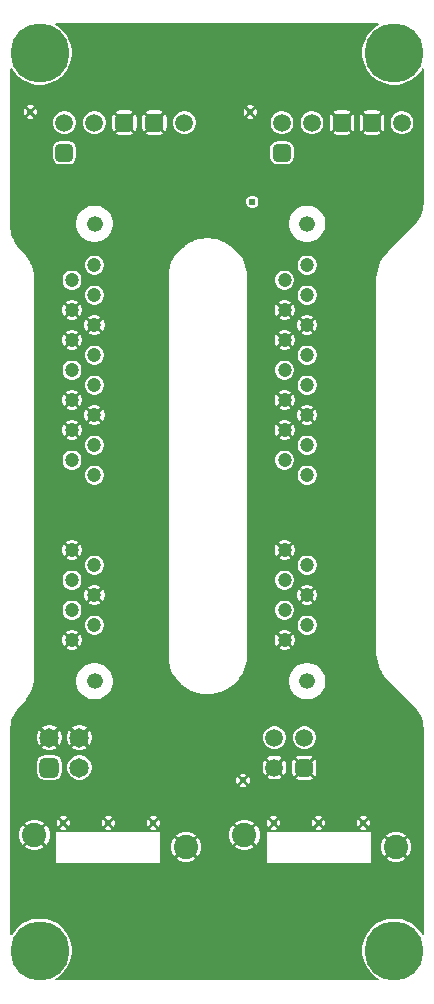
<source format=gbr>
G04*
G04 #@! TF.GenerationSoftware,Altium Limited,Altium Designer,22.11.1 (43)*
G04*
G04 Layer_Physical_Order=2*
G04 Layer_Color=16440176*
%FSLAX44Y44*%
%MOMM*%
G71*
G04*
G04 #@! TF.SameCoordinates,A02E6F09-B365-49D6-8537-B30C210521C3*
G04*
G04*
G04 #@! TF.FilePolarity,Positive*
G04*
G01*
G75*
%ADD18C,2.0500*%
%ADD30C,1.3400*%
%ADD31C,1.2000*%
%ADD32C,1.5000*%
G04:AMPARAMS|DCode=33|XSize=1.5mm|YSize=1.5mm|CornerRadius=0.375mm|HoleSize=0mm|Usage=FLASHONLY|Rotation=90.000|XOffset=0mm|YOffset=0mm|HoleType=Round|Shape=RoundedRectangle|*
%AMROUNDEDRECTD33*
21,1,1.5000,0.7500,0,0,90.0*
21,1,0.7500,1.5000,0,0,90.0*
1,1,0.7500,0.3750,0.3750*
1,1,0.7500,0.3750,-0.3750*
1,1,0.7500,-0.3750,-0.3750*
1,1,0.7500,-0.3750,0.3750*
%
%ADD33ROUNDEDRECTD33*%
G04:AMPARAMS|DCode=34|XSize=1.52mm|YSize=1.52mm|CornerRadius=0.38mm|HoleSize=0mm|Usage=FLASHONLY|Rotation=0.000|XOffset=0mm|YOffset=0mm|HoleType=Round|Shape=RoundedRectangle|*
%AMROUNDEDRECTD34*
21,1,1.5200,0.7600,0,0,0.0*
21,1,0.7600,1.5200,0,0,0.0*
1,1,0.7600,0.3800,-0.3800*
1,1,0.7600,-0.3800,-0.3800*
1,1,0.7600,-0.3800,0.3800*
1,1,0.7600,0.3800,0.3800*
%
%ADD34ROUNDEDRECTD34*%
%ADD35C,1.5200*%
G04:AMPARAMS|DCode=36|XSize=1.65mm|YSize=1.65mm|CornerRadius=0.4125mm|HoleSize=0mm|Usage=FLASHONLY|Rotation=270.000|XOffset=0mm|YOffset=0mm|HoleType=Round|Shape=RoundedRectangle|*
%AMROUNDEDRECTD36*
21,1,1.6500,0.8250,0,0,270.0*
21,1,0.8250,1.6500,0,0,270.0*
1,1,0.8250,-0.4125,-0.4125*
1,1,0.8250,-0.4125,0.4125*
1,1,0.8250,0.4125,0.4125*
1,1,0.8250,0.4125,-0.4125*
%
%ADD36ROUNDEDRECTD36*%
%ADD37C,1.6500*%
%ADD38C,5.0000*%
G04:AMPARAMS|DCode=39|XSize=1.52mm|YSize=1.52mm|CornerRadius=0.38mm|HoleSize=0mm|Usage=FLASHONLY|Rotation=90.000|XOffset=0mm|YOffset=0mm|HoleType=Round|Shape=RoundedRectangle|*
%AMROUNDEDRECTD39*
21,1,1.5200,0.7600,0,0,90.0*
21,1,0.7600,1.5200,0,0,90.0*
1,1,0.7600,0.3800,0.3800*
1,1,0.7600,0.3800,-0.3800*
1,1,0.7600,-0.3800,-0.3800*
1,1,0.7600,-0.3800,0.3800*
%
%ADD39ROUNDEDRECTD39*%
%ADD40C,0.6096*%
G36*
X970687Y1118941D02*
X970983Y1117706D01*
X969832Y1117120D01*
X966390Y1114619D01*
X963381Y1111610D01*
X960880Y1108168D01*
X958949Y1104377D01*
X957634Y1100330D01*
X956968Y1096127D01*
Y1091872D01*
X957634Y1087670D01*
X958949Y1083623D01*
X960880Y1079832D01*
X963381Y1076390D01*
X966390Y1073381D01*
X969832Y1070880D01*
X973623Y1068949D01*
X977670Y1067634D01*
X981872Y1066968D01*
X986127D01*
X990330Y1067634D01*
X994377Y1068949D01*
X998168Y1070880D01*
X1001610Y1073381D01*
X1004619Y1076390D01*
X1007120Y1079832D01*
X1007706Y1080983D01*
X1008941Y1080687D01*
X1008941Y967400D01*
X1008941Y966044D01*
X1008676Y963345D01*
X1008147Y960685D01*
X1007359Y958090D01*
X1006321Y955584D01*
X1005043Y953193D01*
X1003536Y950938D01*
X1001816Y948841D01*
X1000857Y947883D01*
X1000857Y947883D01*
X978818Y925843D01*
X978796Y925811D01*
X978765Y925789D01*
X977727Y924699D01*
X977666Y924603D01*
X977578Y924531D01*
X975669Y922205D01*
X975598Y922071D01*
X975491Y921964D01*
X973819Y919462D01*
X973761Y919322D01*
X973665Y919204D01*
X972246Y916551D01*
X972202Y916406D01*
X972118Y916280D01*
X970966Y913500D01*
X970937Y913351D01*
X970865Y913217D01*
X969992Y910338D01*
X969977Y910187D01*
X969919Y910047D01*
X969332Y907095D01*
Y906944D01*
X969288Y906799D01*
X968993Y903804D01*
X969004Y903691D01*
X968979Y903579D01*
X968942Y902075D01*
X968949Y902037D01*
X968941Y902000D01*
Y586700D01*
X968949Y586663D01*
X968942Y586625D01*
X968979Y585121D01*
X969004Y585009D01*
X968993Y584896D01*
X969288Y581901D01*
X969332Y581756D01*
Y581604D01*
X969919Y578653D01*
X969977Y578513D01*
X969992Y578362D01*
X970865Y575483D01*
X970937Y575349D01*
X970966Y575200D01*
X972118Y572420D01*
X972202Y572294D01*
X972246Y572149D01*
X973665Y569496D01*
X973761Y569378D01*
X973819Y569238D01*
X975491Y566736D01*
X975598Y566629D01*
X975669Y566495D01*
X977578Y564169D01*
X977666Y564097D01*
X977727Y564001D01*
X978765Y562911D01*
X978796Y562889D01*
X978818Y562857D01*
X1000857Y540817D01*
X1001816Y539859D01*
X1003536Y537762D01*
X1005043Y535507D01*
X1006321Y533115D01*
X1007359Y530610D01*
X1008146Y528015D01*
X1008676Y525355D01*
X1008941Y522656D01*
X1008941Y521300D01*
Y347313D01*
X1007706Y347017D01*
X1007120Y348168D01*
X1004619Y351610D01*
X1001610Y354619D01*
X998168Y357120D01*
X994377Y359052D01*
X990330Y360366D01*
X986127Y361032D01*
X981872D01*
X977670Y360366D01*
X973623Y359052D01*
X969832Y357120D01*
X966390Y354619D01*
X963381Y351610D01*
X960880Y348168D01*
X958949Y344377D01*
X957634Y340330D01*
X956968Y336127D01*
Y331872D01*
X957634Y327670D01*
X958949Y323623D01*
X960880Y319832D01*
X963381Y316390D01*
X966390Y313381D01*
X969832Y310880D01*
X970983Y310294D01*
X970687Y309059D01*
X697313Y309059D01*
X697017Y310294D01*
X698168Y310880D01*
X701610Y313381D01*
X704619Y316390D01*
X707120Y319832D01*
X709052Y323623D01*
X710366Y327670D01*
X711032Y331872D01*
Y336127D01*
X710366Y340330D01*
X709052Y344377D01*
X707120Y348168D01*
X704619Y351610D01*
X701610Y354619D01*
X698168Y357120D01*
X694377Y359052D01*
X690330Y360366D01*
X686127Y361032D01*
X681873D01*
X677670Y360366D01*
X673623Y359052D01*
X669832Y357120D01*
X666390Y354619D01*
X663381Y351610D01*
X660880Y348168D01*
X660294Y347017D01*
X659059Y347313D01*
X659059Y521300D01*
Y522656D01*
X659324Y525355D01*
X659854Y528015D01*
X660641Y530610D01*
X661679Y533115D01*
X662957Y535507D01*
X664464Y537762D01*
X666184Y539859D01*
X667143Y540817D01*
X667143Y540817D01*
X669183Y542857D01*
X669204Y542889D01*
X669235Y542911D01*
X670273Y544001D01*
X670334Y544097D01*
X670422Y544169D01*
X672331Y546495D01*
X672402Y546629D01*
X672509Y546736D01*
X674181Y549238D01*
X674239Y549378D01*
X674335Y549496D01*
X675754Y552149D01*
X675798Y552294D01*
X675882Y552421D01*
X677033Y555200D01*
X677063Y555349D01*
X677135Y555483D01*
X678008Y558362D01*
X678023Y558513D01*
X678081Y558653D01*
X678668Y561604D01*
Y561756D01*
X678712Y561901D01*
X679007Y564896D01*
X678996Y565009D01*
X679021Y565120D01*
X679058Y566625D01*
X679051Y566663D01*
X679059Y566700D01*
X679059Y902000D01*
X679051Y902037D01*
X679058Y902075D01*
X679021Y903579D01*
X678996Y903691D01*
X679007Y903804D01*
X678712Y906799D01*
X678668Y906944D01*
Y907095D01*
X678081Y910046D01*
X678023Y910187D01*
X678008Y910338D01*
X677135Y913217D01*
X677063Y913351D01*
X677033Y913500D01*
X675882Y916280D01*
X675798Y916406D01*
X675754Y916551D01*
X674335Y919204D01*
X674239Y919322D01*
X674181Y919462D01*
X672509Y921964D01*
X672402Y922071D01*
X672331Y922205D01*
X670422Y924531D01*
X670334Y924603D01*
X670273Y924699D01*
X669235Y925789D01*
X669204Y925811D01*
X669183Y925843D01*
X667143Y927882D01*
X667143Y927883D01*
X666184Y928841D01*
X664464Y930938D01*
X662957Y933193D01*
X661678Y935584D01*
X660641Y938090D01*
X659854Y940685D01*
X659324Y943345D01*
X659059Y946044D01*
X659059Y947400D01*
Y1080687D01*
X660294Y1080983D01*
X660880Y1079832D01*
X663381Y1076390D01*
X666390Y1073381D01*
X669832Y1070880D01*
X673623Y1068949D01*
X677670Y1067634D01*
X681873Y1066968D01*
X686127D01*
X690330Y1067634D01*
X694377Y1068949D01*
X698168Y1070880D01*
X701610Y1073381D01*
X704619Y1076390D01*
X707120Y1079832D01*
X709052Y1083623D01*
X710366Y1087670D01*
X711032Y1091872D01*
Y1096127D01*
X710366Y1100330D01*
X709052Y1104377D01*
X707120Y1108168D01*
X704619Y1111610D01*
X701610Y1114619D01*
X698168Y1117120D01*
X697017Y1117707D01*
X697313Y1118941D01*
X970687Y1118941D01*
D02*
G37*
%LPC*%
G36*
X863111Y1049588D02*
X860889D01*
X858993Y1048803D01*
X862000Y1045796D01*
X865007Y1048803D01*
X863111Y1049588D01*
D02*
G37*
G36*
X677112D02*
X674889D01*
X672993Y1048803D01*
X676000Y1045796D01*
X679007Y1048803D01*
X677112Y1049588D01*
D02*
G37*
G36*
X866803Y1047007D02*
X863796Y1044000D01*
X866803Y1040993D01*
X867588Y1042888D01*
Y1045111D01*
X866803Y1047007D01*
D02*
G37*
G36*
X680803D02*
X677796Y1044000D01*
X680803Y1040993D01*
X681588Y1042888D01*
Y1045111D01*
X680803Y1047007D01*
D02*
G37*
G36*
X857197Y1047007D02*
X856412Y1045111D01*
Y1042888D01*
X857197Y1040993D01*
X860204Y1044000D01*
X857197Y1047007D01*
D02*
G37*
G36*
X671197D02*
X670412Y1045111D01*
Y1042888D01*
X671197Y1040993D01*
X674204Y1044000D01*
X671197Y1047007D01*
D02*
G37*
G36*
X862000Y1042204D02*
X858993Y1039197D01*
X860889Y1038412D01*
X863111D01*
X865007Y1039197D01*
X862000Y1042204D01*
D02*
G37*
G36*
X676000D02*
X672993Y1039197D01*
X674889Y1038412D01*
X677112D01*
X679007Y1039197D01*
X676000Y1042204D01*
D02*
G37*
G36*
X969000Y1045314D02*
X961400D01*
X958926Y1044822D01*
X957906Y1044140D01*
X965200Y1036846D01*
X972494Y1044140D01*
X971474Y1044822D01*
X969000Y1045314D01*
D02*
G37*
G36*
X784850D02*
X777250D01*
X774776Y1044822D01*
X773756Y1044140D01*
X781050Y1036846D01*
X788344Y1044140D01*
X787324Y1044822D01*
X784850Y1045314D01*
D02*
G37*
G36*
X943600D02*
X936000D01*
X933526Y1044822D01*
X932506Y1044140D01*
X939800Y1036846D01*
X947094Y1044140D01*
X946074Y1044822D01*
X943600Y1045314D01*
D02*
G37*
G36*
X759450D02*
X751850D01*
X749376Y1044822D01*
X748356Y1044140D01*
X755650Y1036846D01*
X762944Y1044140D01*
X761924Y1044822D01*
X759450Y1045314D01*
D02*
G37*
G36*
X790140Y1042344D02*
X782846Y1035050D01*
X790140Y1027756D01*
X790822Y1028776D01*
X791314Y1031250D01*
Y1038850D01*
X790822Y1041324D01*
X790140Y1042344D01*
D02*
G37*
G36*
X974290D02*
X966996Y1035050D01*
X974290Y1027756D01*
X974972Y1028776D01*
X975464Y1031250D01*
Y1038850D01*
X974972Y1041324D01*
X974290Y1042344D01*
D02*
G37*
G36*
X771960Y1042344D02*
X771278Y1041324D01*
X770786Y1038850D01*
Y1031250D01*
X771278Y1028776D01*
X771960Y1027756D01*
X779254Y1035050D01*
X771960Y1042344D01*
D02*
G37*
G36*
X956110D02*
X955428Y1041324D01*
X954936Y1038850D01*
Y1031250D01*
X955428Y1028776D01*
X956110Y1027756D01*
X963404Y1035050D01*
X956110Y1042344D01*
D02*
G37*
G36*
X930710Y1042344D02*
X930028Y1041324D01*
X929536Y1038850D01*
Y1031250D01*
X930028Y1028776D01*
X930710Y1027756D01*
X938004Y1035050D01*
X930710Y1042344D01*
D02*
G37*
G36*
X746560D02*
X745878Y1041324D01*
X745386Y1038850D01*
Y1031250D01*
X745878Y1028776D01*
X746560Y1027756D01*
X753854Y1035050D01*
X746560Y1042344D01*
D02*
G37*
G36*
X764740D02*
X757446Y1035050D01*
X764740Y1027756D01*
X765422Y1028776D01*
X765914Y1031250D01*
Y1038850D01*
X765422Y1041324D01*
X764740Y1042344D01*
D02*
G37*
G36*
X948890D02*
X941596Y1035050D01*
X948890Y1027756D01*
X949572Y1028776D01*
X950064Y1031250D01*
Y1038850D01*
X949572Y1041324D01*
X948890Y1042344D01*
D02*
G37*
G36*
X991868Y1044682D02*
X989332D01*
X986882Y1044026D01*
X984686Y1042757D01*
X982893Y1040964D01*
X981624Y1038768D01*
X980968Y1036318D01*
Y1033782D01*
X981624Y1031332D01*
X982893Y1029136D01*
X984686Y1027343D01*
X986882Y1026074D01*
X989332Y1025418D01*
X991868D01*
X994318Y1026074D01*
X996514Y1027343D01*
X998307Y1029136D01*
X999576Y1031332D01*
X1000232Y1033782D01*
Y1036318D01*
X999576Y1038768D01*
X998307Y1040964D01*
X996514Y1042757D01*
X994318Y1044026D01*
X991868Y1044682D01*
D02*
G37*
G36*
X915668D02*
X913132D01*
X910682Y1044026D01*
X908486Y1042757D01*
X906693Y1040964D01*
X905424Y1038768D01*
X904768Y1036318D01*
Y1033782D01*
X905424Y1031332D01*
X906693Y1029136D01*
X908486Y1027343D01*
X910682Y1026074D01*
X913132Y1025418D01*
X915668D01*
X918118Y1026074D01*
X920314Y1027343D01*
X922107Y1029136D01*
X923376Y1031332D01*
X924032Y1033782D01*
Y1036318D01*
X923376Y1038768D01*
X922107Y1040964D01*
X920314Y1042757D01*
X918118Y1044026D01*
X915668Y1044682D01*
D02*
G37*
G36*
X890268D02*
X887732D01*
X885282Y1044026D01*
X883086Y1042757D01*
X881292Y1040964D01*
X880024Y1038768D01*
X879368Y1036318D01*
Y1033782D01*
X880024Y1031332D01*
X881292Y1029136D01*
X883086Y1027343D01*
X885282Y1026074D01*
X887732Y1025418D01*
X890268D01*
X892718Y1026074D01*
X894914Y1027343D01*
X896708Y1029136D01*
X897976Y1031332D01*
X898632Y1033782D01*
Y1036318D01*
X897976Y1038768D01*
X896708Y1040964D01*
X894914Y1042757D01*
X892718Y1044026D01*
X890268Y1044682D01*
D02*
G37*
G36*
X807718D02*
X805182D01*
X802732Y1044026D01*
X800536Y1042757D01*
X798743Y1040964D01*
X797474Y1038768D01*
X796818Y1036318D01*
Y1033782D01*
X797474Y1031332D01*
X798743Y1029136D01*
X800536Y1027343D01*
X802732Y1026074D01*
X805182Y1025418D01*
X807718D01*
X810168Y1026074D01*
X812364Y1027343D01*
X814157Y1029136D01*
X815426Y1031332D01*
X816082Y1033782D01*
Y1036318D01*
X815426Y1038768D01*
X814157Y1040964D01*
X812364Y1042757D01*
X810168Y1044026D01*
X807718Y1044682D01*
D02*
G37*
G36*
X731518D02*
X728982D01*
X726532Y1044026D01*
X724336Y1042757D01*
X722542Y1040964D01*
X721274Y1038768D01*
X720618Y1036318D01*
Y1033782D01*
X721274Y1031332D01*
X722542Y1029136D01*
X724336Y1027343D01*
X726532Y1026074D01*
X728982Y1025418D01*
X731518D01*
X733968Y1026074D01*
X736164Y1027343D01*
X737958Y1029136D01*
X739226Y1031332D01*
X739882Y1033782D01*
Y1036318D01*
X739226Y1038768D01*
X737958Y1040964D01*
X736164Y1042757D01*
X733968Y1044026D01*
X731518Y1044682D01*
D02*
G37*
G36*
X706118D02*
X703582D01*
X701132Y1044026D01*
X698936Y1042757D01*
X697142Y1040964D01*
X695874Y1038768D01*
X695218Y1036318D01*
Y1033782D01*
X695874Y1031332D01*
X697142Y1029136D01*
X698936Y1027343D01*
X701132Y1026074D01*
X703582Y1025418D01*
X706118D01*
X708568Y1026074D01*
X710764Y1027343D01*
X712558Y1029136D01*
X713826Y1031332D01*
X714482Y1033782D01*
Y1036318D01*
X713826Y1038768D01*
X712558Y1040964D01*
X710764Y1042757D01*
X708568Y1044026D01*
X706118Y1044682D01*
D02*
G37*
G36*
X965200Y1033254D02*
X957906Y1025960D01*
X958926Y1025278D01*
X961400Y1024786D01*
X969000D01*
X971474Y1025278D01*
X972494Y1025960D01*
X965200Y1033254D01*
D02*
G37*
G36*
X939800D02*
X932506Y1025960D01*
X933526Y1025278D01*
X936000Y1024786D01*
X943600D01*
X946074Y1025278D01*
X947094Y1025960D01*
X939800Y1033254D01*
D02*
G37*
G36*
X781050D02*
X773756Y1025960D01*
X774776Y1025278D01*
X777250Y1024786D01*
X784850D01*
X787324Y1025278D01*
X788344Y1025960D01*
X781050Y1033254D01*
D02*
G37*
G36*
X755650D02*
X748356Y1025960D01*
X749376Y1025278D01*
X751850Y1024786D01*
X759450D01*
X761924Y1025278D01*
X762944Y1025960D01*
X755650Y1033254D01*
D02*
G37*
G36*
X892800Y1019396D02*
X885200D01*
X882924Y1018944D01*
X880995Y1017655D01*
X879706Y1015725D01*
X879254Y1013450D01*
Y1005850D01*
X879706Y1003575D01*
X880995Y1001645D01*
X882924Y1000356D01*
X885200Y999904D01*
X892800D01*
X895076Y1000356D01*
X897005Y1001645D01*
X898294Y1003575D01*
X898746Y1005850D01*
Y1013450D01*
X898294Y1015725D01*
X897005Y1017655D01*
X895076Y1018944D01*
X892800Y1019396D01*
D02*
G37*
G36*
X708650D02*
X701050D01*
X698774Y1018944D01*
X696845Y1017655D01*
X695556Y1015725D01*
X695104Y1013450D01*
Y1005850D01*
X695556Y1003575D01*
X696845Y1001645D01*
X698774Y1000356D01*
X701050Y999904D01*
X708650D01*
X710926Y1000356D01*
X712855Y1001645D01*
X714144Y1003575D01*
X714596Y1005850D01*
Y1013450D01*
X714144Y1015725D01*
X712855Y1017655D01*
X710926Y1018944D01*
X708650Y1019396D01*
D02*
G37*
G36*
X865011Y973080D02*
X862990D01*
X861122Y972307D01*
X859693Y970878D01*
X858920Y969010D01*
Y966990D01*
X859693Y965122D01*
X861122Y963693D01*
X862990Y962920D01*
X865011D01*
X866878Y963693D01*
X868307Y965122D01*
X869080Y966990D01*
Y969010D01*
X868307Y970878D01*
X866878Y972307D01*
X865011Y973080D01*
D02*
G37*
G36*
X827121Y937059D02*
X825657Y937059D01*
X825657Y937059D01*
X824275Y937059D01*
X824126Y937029D01*
X823975Y937044D01*
X821223Y936773D01*
X821078Y936729D01*
X820926D01*
X818214Y936190D01*
X818074Y936132D01*
X817923Y936117D01*
X815277Y935314D01*
X815143Y935243D01*
X814995Y935213D01*
X812440Y934155D01*
X812314Y934071D01*
X812169Y934027D01*
X809730Y932723D01*
X809613Y932627D01*
X809473Y932569D01*
X807173Y931033D01*
X807066Y930925D01*
X806932Y930854D01*
X804795Y929100D01*
X804698Y928982D01*
X804572Y928898D01*
X803595Y927921D01*
X801277Y925602D01*
X801276Y925602D01*
X799508Y923833D01*
X799340Y923583D01*
X799127Y923370D01*
X796348Y919210D01*
X796232Y918931D01*
X796065Y918681D01*
X794150Y914058D01*
X794091Y913763D01*
X793976Y913484D01*
X793000Y908577D01*
Y908276D01*
X792941Y907981D01*
Y905479D01*
Y582000D01*
Y579622D01*
X793000Y579327D01*
Y579025D01*
X793928Y574361D01*
X794043Y574083D01*
X794102Y573787D01*
X795922Y569394D01*
X796089Y569143D01*
X796204Y568865D01*
X798847Y564911D01*
X799060Y564698D01*
X799227Y564447D01*
X800908Y562766D01*
X800908Y562766D01*
X803594Y560080D01*
X803594Y560080D01*
X803595Y560080D01*
X804572Y559102D01*
X804698Y559018D01*
X804794Y558901D01*
X806932Y557146D01*
X807066Y557075D01*
X807173Y556968D01*
X809472Y555431D01*
X809612Y555373D01*
X809730Y555277D01*
X812168Y553974D01*
X812313Y553930D01*
X812439Y553845D01*
X814994Y552787D01*
X815143Y552758D01*
X815277Y552686D01*
X817923Y551883D01*
X818074Y551869D01*
X818214Y551810D01*
X820926Y551271D01*
X821077D01*
X821223Y551227D01*
X823974Y550956D01*
X824125Y550971D01*
X824274Y550941D01*
X825657Y550941D01*
X828043D01*
X828043Y550941D01*
X828169Y550966D01*
X828296Y550952D01*
X829772Y551074D01*
X829918Y551116D01*
X830069Y551113D01*
X832983Y551646D01*
X833124Y551702D01*
X833276Y551714D01*
X836124Y552530D01*
X836258Y552599D01*
X836408Y552627D01*
X839162Y553718D01*
X839289Y553800D01*
X839435Y553842D01*
X842069Y555198D01*
X842188Y555292D01*
X842329Y555348D01*
X844817Y556955D01*
X844926Y557061D01*
X845061Y557130D01*
X847380Y558974D01*
X847478Y559090D01*
X847606Y559172D01*
X849732Y561234D01*
X849819Y561359D01*
X849937Y561453D01*
X850813Y562487D01*
X852492Y564166D01*
X852660Y564417D01*
X852873Y564630D01*
X855653Y568790D01*
X855768Y569068D01*
X855935Y569319D01*
X857850Y573941D01*
X857909Y574237D01*
X858024Y574515D01*
X859000Y579423D01*
X859000Y579724D01*
X859059Y580019D01*
X859059Y582521D01*
X859059Y905479D01*
X859059Y905479D01*
X859059Y907980D01*
X859000Y908276D01*
Y908577D01*
X858024Y913485D01*
X857909Y913763D01*
X857850Y914058D01*
X855935Y918681D01*
X855768Y918932D01*
X855653Y919210D01*
X852873Y923370D01*
X852660Y923583D01*
X852492Y923834D01*
X850723Y925602D01*
X848891Y927435D01*
X848890Y927435D01*
X847856Y928470D01*
X847729Y928554D01*
X847633Y928672D01*
X845370Y930529D01*
X845236Y930601D01*
X845129Y930708D01*
X842695Y932335D01*
X842554Y932393D01*
X842437Y932489D01*
X839855Y933869D01*
X839710Y933913D01*
X839584Y933998D01*
X836879Y935118D01*
X836730Y935148D01*
X836596Y935219D01*
X833794Y936069D01*
X833643Y936084D01*
X833503Y936142D01*
X830631Y936713D01*
X830480D01*
X830335Y936757D01*
X827421Y937044D01*
X827270Y937029D01*
X827121Y937059D01*
D02*
G37*
G36*
X911780Y964732D02*
X908740D01*
X905759Y964139D01*
X902950Y962976D01*
X900423Y961287D01*
X898273Y959137D01*
X896584Y956610D01*
X895421Y953801D01*
X894828Y950820D01*
Y947780D01*
X895421Y944799D01*
X896584Y941990D01*
X898273Y939463D01*
X900423Y937313D01*
X902950Y935624D01*
X905759Y934461D01*
X908740Y933868D01*
X911780D01*
X914761Y934461D01*
X917570Y935624D01*
X920097Y937313D01*
X922247Y939463D01*
X923936Y941990D01*
X925099Y944799D01*
X925692Y947780D01*
Y950820D01*
X925099Y953801D01*
X923936Y956610D01*
X922247Y959137D01*
X920097Y961287D01*
X917570Y962976D01*
X914761Y964139D01*
X911780Y964732D01*
D02*
G37*
G36*
X731780D02*
X728740D01*
X725759Y964139D01*
X722950Y962976D01*
X720423Y961287D01*
X718273Y959137D01*
X716584Y956610D01*
X715421Y953801D01*
X714828Y950820D01*
Y947780D01*
X715421Y944799D01*
X716584Y941990D01*
X718273Y939463D01*
X720423Y937313D01*
X722950Y935624D01*
X725759Y934461D01*
X728740Y933868D01*
X731780D01*
X734761Y934461D01*
X737570Y935624D01*
X740097Y937313D01*
X742247Y939463D01*
X743936Y941990D01*
X745099Y944799D01*
X745692Y947780D01*
Y950820D01*
X745099Y953801D01*
X743936Y956610D01*
X742247Y959137D01*
X740097Y961287D01*
X737570Y962976D01*
X734761Y964139D01*
X731780Y964732D01*
D02*
G37*
G36*
X911307Y922432D02*
X909193D01*
X907150Y921885D01*
X905318Y920827D01*
X903823Y919332D01*
X902765Y917500D01*
X902218Y915457D01*
Y913343D01*
X902765Y911300D01*
X903823Y909468D01*
X905318Y907973D01*
X907150Y906915D01*
X909193Y906368D01*
X911307D01*
X913350Y906915D01*
X915182Y907973D01*
X916677Y909468D01*
X917735Y911300D01*
X918282Y913343D01*
Y915457D01*
X917735Y917500D01*
X916677Y919332D01*
X915182Y920827D01*
X913350Y921885D01*
X911307Y922432D01*
D02*
G37*
G36*
X731307D02*
X729193D01*
X727150Y921885D01*
X725318Y920827D01*
X723823Y919332D01*
X722765Y917500D01*
X722218Y915457D01*
Y913343D01*
X722765Y911300D01*
X723823Y909468D01*
X725318Y907973D01*
X727150Y906915D01*
X729193Y906368D01*
X731307D01*
X733350Y906915D01*
X735182Y907973D01*
X736677Y909468D01*
X737735Y911300D01*
X738282Y913343D01*
Y915457D01*
X737735Y917500D01*
X736677Y919332D01*
X735182Y920827D01*
X733350Y921885D01*
X731307Y922432D01*
D02*
G37*
G36*
X892257Y909732D02*
X890143D01*
X888100Y909185D01*
X886268Y908127D01*
X884773Y906632D01*
X883715Y904800D01*
X883168Y902757D01*
Y900643D01*
X883715Y898600D01*
X884773Y896768D01*
X886268Y895273D01*
X888100Y894215D01*
X890143Y893668D01*
X892257D01*
X894300Y894215D01*
X896132Y895273D01*
X897627Y896768D01*
X898685Y898600D01*
X899232Y900643D01*
Y902757D01*
X898685Y904800D01*
X897627Y906632D01*
X896132Y908127D01*
X894300Y909185D01*
X892257Y909732D01*
D02*
G37*
G36*
X712257D02*
X710143D01*
X708100Y909185D01*
X706268Y908127D01*
X704773Y906632D01*
X703715Y904800D01*
X703168Y902757D01*
Y900643D01*
X703715Y898600D01*
X704773Y896768D01*
X706268Y895273D01*
X708100Y894215D01*
X710143Y893668D01*
X712257D01*
X714300Y894215D01*
X716132Y895273D01*
X717627Y896768D01*
X718685Y898600D01*
X719232Y900643D01*
Y902757D01*
X718685Y904800D01*
X717627Y906632D01*
X716132Y908127D01*
X714300Y909185D01*
X712257Y909732D01*
D02*
G37*
G36*
X911307Y897032D02*
X909193D01*
X907150Y896485D01*
X905318Y895427D01*
X903823Y893932D01*
X902765Y892100D01*
X902218Y890057D01*
Y887943D01*
X902765Y885900D01*
X903823Y884068D01*
X905318Y882573D01*
X907150Y881515D01*
X909193Y880968D01*
X911307D01*
X913350Y881515D01*
X915182Y882573D01*
X916677Y884068D01*
X917735Y885900D01*
X918282Y887943D01*
Y890057D01*
X917735Y892100D01*
X916677Y893932D01*
X915182Y895427D01*
X913350Y896485D01*
X911307Y897032D01*
D02*
G37*
G36*
X731307D02*
X729193D01*
X727150Y896485D01*
X725318Y895427D01*
X723823Y893932D01*
X722765Y892100D01*
X722218Y890057D01*
Y887943D01*
X722765Y885900D01*
X723823Y884068D01*
X725318Y882573D01*
X727150Y881515D01*
X729193Y880968D01*
X731307D01*
X733350Y881515D01*
X735182Y882573D01*
X736677Y884068D01*
X737735Y885900D01*
X738282Y887943D01*
Y890057D01*
X737735Y892100D01*
X736677Y893932D01*
X735182Y895427D01*
X733350Y896485D01*
X731307Y897032D01*
D02*
G37*
G36*
X712324Y884850D02*
X710076D01*
X707904Y884268D01*
X706087Y883219D01*
X711200Y878106D01*
X716313Y883219D01*
X714496Y884268D01*
X712324Y884850D01*
D02*
G37*
G36*
X892324D02*
X890076D01*
X887904Y884268D01*
X886087Y883219D01*
X891200Y878106D01*
X896313Y883219D01*
X894496Y884268D01*
X892324Y884850D01*
D02*
G37*
G36*
X704291Y881423D02*
X703242Y879606D01*
X702660Y877434D01*
Y875186D01*
X703242Y873014D01*
X704291Y871197D01*
X709404Y876310D01*
X704291Y881423D01*
D02*
G37*
G36*
X884291D02*
X883242Y879606D01*
X882660Y877434D01*
Y875186D01*
X883242Y873014D01*
X884291Y871197D01*
X889404Y876310D01*
X884291Y881423D01*
D02*
G37*
G36*
X718109Y881423D02*
X712996Y876310D01*
X718109Y871197D01*
X719158Y873014D01*
X719740Y875186D01*
Y877434D01*
X719158Y879606D01*
X718109Y881423D01*
D02*
G37*
G36*
X898109Y881423D02*
X892996Y876310D01*
X898109Y871197D01*
X899158Y873014D01*
X899740Y875186D01*
Y877434D01*
X899158Y879606D01*
X898109Y881423D01*
D02*
G37*
G36*
X891200Y874514D02*
X886087Y869401D01*
X887904Y868352D01*
X890076Y867770D01*
X892324D01*
X894496Y868352D01*
X896313Y869401D01*
X891200Y874514D01*
D02*
G37*
G36*
X711200Y874514D02*
X706087Y869401D01*
X707904Y868352D01*
X710076Y867770D01*
X712324D01*
X714496Y868352D01*
X716313Y869401D01*
X711200Y874514D01*
D02*
G37*
G36*
X731374Y872140D02*
X729126D01*
X726954Y871558D01*
X725137Y870509D01*
X730250Y865396D01*
X735363Y870509D01*
X733546Y871558D01*
X731374Y872140D01*
D02*
G37*
G36*
X911374D02*
X909126D01*
X906954Y871558D01*
X905137Y870509D01*
X910250Y865396D01*
X915363Y870509D01*
X913546Y871558D01*
X911374Y872140D01*
D02*
G37*
G36*
X723341Y868713D02*
X722292Y866896D01*
X721710Y864724D01*
Y862476D01*
X722292Y860304D01*
X723341Y858487D01*
X728454Y863600D01*
X723341Y868713D01*
D02*
G37*
G36*
X737159D02*
X732046Y863600D01*
X737159Y858487D01*
X738208Y860304D01*
X738790Y862476D01*
Y864724D01*
X738208Y866896D01*
X737159Y868713D01*
D02*
G37*
G36*
X917159Y868713D02*
X912046Y863600D01*
X917159Y858487D01*
X918208Y860304D01*
X918790Y862476D01*
Y864724D01*
X918208Y866896D01*
X917159Y868713D01*
D02*
G37*
G36*
X903341Y868713D02*
X902292Y866896D01*
X901710Y864724D01*
Y862476D01*
X902292Y860304D01*
X903341Y858487D01*
X908454Y863600D01*
X903341Y868713D01*
D02*
G37*
G36*
X910250Y861804D02*
X905137Y856691D01*
X906954Y855642D01*
X909126Y855060D01*
X911374D01*
X913546Y855642D01*
X915363Y856691D01*
X910250Y861804D01*
D02*
G37*
G36*
X730250Y861804D02*
X725137Y856691D01*
X726954Y855642D01*
X729126Y855060D01*
X731374D01*
X733546Y855642D01*
X735363Y856691D01*
X730250Y861804D01*
D02*
G37*
G36*
X712324Y859440D02*
X710076D01*
X707904Y858858D01*
X706087Y857809D01*
X711200Y852696D01*
X716313Y857809D01*
X714496Y858858D01*
X712324Y859440D01*
D02*
G37*
G36*
X892324D02*
X890076D01*
X887904Y858858D01*
X886087Y857809D01*
X891200Y852696D01*
X896313Y857809D01*
X894496Y858858D01*
X892324Y859440D01*
D02*
G37*
G36*
X704291Y856013D02*
X703242Y854196D01*
X702660Y852024D01*
Y849776D01*
X703242Y847604D01*
X704291Y845787D01*
X709404Y850900D01*
X704291Y856013D01*
D02*
G37*
G36*
X718109D02*
X712996Y850900D01*
X718109Y845787D01*
X719158Y847604D01*
X719740Y849776D01*
Y852024D01*
X719158Y854196D01*
X718109Y856013D01*
D02*
G37*
G36*
X898109Y856013D02*
X892996Y850900D01*
X898109Y845787D01*
X899158Y847604D01*
X899740Y849776D01*
Y852024D01*
X899158Y854196D01*
X898109Y856013D01*
D02*
G37*
G36*
X884291Y856013D02*
X883242Y854196D01*
X882660Y852024D01*
Y849776D01*
X883242Y847604D01*
X884291Y845787D01*
X889404Y850900D01*
X884291Y856013D01*
D02*
G37*
G36*
X891200Y849104D02*
X886087Y843991D01*
X887904Y842942D01*
X890076Y842360D01*
X892324D01*
X894496Y842942D01*
X896313Y843991D01*
X891200Y849104D01*
D02*
G37*
G36*
X711200Y849104D02*
X706087Y843991D01*
X707904Y842942D01*
X710076Y842360D01*
X712324D01*
X714496Y842942D01*
X716313Y843991D01*
X711200Y849104D01*
D02*
G37*
G36*
X911307Y846232D02*
X909193D01*
X907150Y845685D01*
X905318Y844627D01*
X903823Y843132D01*
X902765Y841300D01*
X902218Y839257D01*
Y837143D01*
X902765Y835100D01*
X903823Y833268D01*
X905318Y831773D01*
X907150Y830715D01*
X909193Y830168D01*
X911307D01*
X913350Y830715D01*
X915182Y831773D01*
X916677Y833268D01*
X917735Y835100D01*
X918282Y837143D01*
Y839257D01*
X917735Y841300D01*
X916677Y843132D01*
X915182Y844627D01*
X913350Y845685D01*
X911307Y846232D01*
D02*
G37*
G36*
X731307D02*
X729193D01*
X727150Y845685D01*
X725318Y844627D01*
X723823Y843132D01*
X722765Y841300D01*
X722218Y839257D01*
Y837143D01*
X722765Y835100D01*
X723823Y833268D01*
X725318Y831773D01*
X727150Y830715D01*
X729193Y830168D01*
X731307D01*
X733350Y830715D01*
X735182Y831773D01*
X736677Y833268D01*
X737735Y835100D01*
X738282Y837143D01*
Y839257D01*
X737735Y841300D01*
X736677Y843132D01*
X735182Y844627D01*
X733350Y845685D01*
X731307Y846232D01*
D02*
G37*
G36*
X892257Y833532D02*
X890143D01*
X888100Y832985D01*
X886268Y831927D01*
X884773Y830432D01*
X883715Y828600D01*
X883168Y826557D01*
Y824443D01*
X883715Y822400D01*
X884773Y820568D01*
X886268Y819073D01*
X888100Y818015D01*
X890143Y817468D01*
X892257D01*
X894300Y818015D01*
X896132Y819073D01*
X897627Y820568D01*
X898685Y822400D01*
X899232Y824443D01*
Y826557D01*
X898685Y828600D01*
X897627Y830432D01*
X896132Y831927D01*
X894300Y832985D01*
X892257Y833532D01*
D02*
G37*
G36*
X712257D02*
X710143D01*
X708100Y832985D01*
X706268Y831927D01*
X704773Y830432D01*
X703715Y828600D01*
X703168Y826557D01*
Y824443D01*
X703715Y822400D01*
X704773Y820568D01*
X706268Y819073D01*
X708100Y818015D01*
X710143Y817468D01*
X712257D01*
X714300Y818015D01*
X716132Y819073D01*
X717627Y820568D01*
X718685Y822400D01*
X719232Y824443D01*
Y826557D01*
X718685Y828600D01*
X717627Y830432D01*
X716132Y831927D01*
X714300Y832985D01*
X712257Y833532D01*
D02*
G37*
G36*
X911307Y820832D02*
X909193D01*
X907150Y820285D01*
X905318Y819227D01*
X903823Y817732D01*
X902765Y815900D01*
X902218Y813857D01*
Y811743D01*
X902765Y809700D01*
X903823Y807868D01*
X905318Y806373D01*
X907150Y805315D01*
X909193Y804768D01*
X911307D01*
X913350Y805315D01*
X915182Y806373D01*
X916677Y807868D01*
X917735Y809700D01*
X918282Y811743D01*
Y813857D01*
X917735Y815900D01*
X916677Y817732D01*
X915182Y819227D01*
X913350Y820285D01*
X911307Y820832D01*
D02*
G37*
G36*
X731307D02*
X729193D01*
X727150Y820285D01*
X725318Y819227D01*
X723823Y817732D01*
X722765Y815900D01*
X722218Y813857D01*
Y811743D01*
X722765Y809700D01*
X723823Y807868D01*
X725318Y806373D01*
X727150Y805315D01*
X729193Y804768D01*
X731307D01*
X733350Y805315D01*
X735182Y806373D01*
X736677Y807868D01*
X737735Y809700D01*
X738282Y811743D01*
Y813857D01*
X737735Y815900D01*
X736677Y817732D01*
X735182Y819227D01*
X733350Y820285D01*
X731307Y820832D01*
D02*
G37*
G36*
X712324Y808640D02*
X710076D01*
X707904Y808058D01*
X706087Y807009D01*
X711200Y801896D01*
X716313Y807009D01*
X714496Y808058D01*
X712324Y808640D01*
D02*
G37*
G36*
X892324D02*
X890076D01*
X887904Y808058D01*
X886087Y807009D01*
X891200Y801896D01*
X896313Y807009D01*
X894496Y808058D01*
X892324Y808640D01*
D02*
G37*
G36*
X704291Y805213D02*
X703242Y803396D01*
X702660Y801224D01*
Y798976D01*
X703242Y796804D01*
X704291Y794987D01*
X709404Y800100D01*
X704291Y805213D01*
D02*
G37*
G36*
X718109D02*
X712996Y800100D01*
X718109Y794987D01*
X719158Y796804D01*
X719740Y798976D01*
Y801224D01*
X719158Y803396D01*
X718109Y805213D01*
D02*
G37*
G36*
X898109Y805213D02*
X892996Y800100D01*
X898109Y794987D01*
X899158Y796804D01*
X899740Y798976D01*
Y801224D01*
X899158Y803396D01*
X898109Y805213D01*
D02*
G37*
G36*
X884291Y805213D02*
X883242Y803396D01*
X882660Y801224D01*
Y798976D01*
X883242Y796804D01*
X884291Y794987D01*
X889404Y800100D01*
X884291Y805213D01*
D02*
G37*
G36*
X891200Y798304D02*
X886087Y793191D01*
X887904Y792142D01*
X890076Y791560D01*
X892324D01*
X894496Y792142D01*
X896313Y793191D01*
X891200Y798304D01*
D02*
G37*
G36*
X711200Y798304D02*
X706087Y793191D01*
X707904Y792142D01*
X710076Y791560D01*
X712324D01*
X714496Y792142D01*
X716313Y793191D01*
X711200Y798304D01*
D02*
G37*
G36*
X731374Y795940D02*
X729126D01*
X726954Y795358D01*
X725137Y794309D01*
X730250Y789196D01*
X735363Y794309D01*
X733546Y795358D01*
X731374Y795940D01*
D02*
G37*
G36*
X911374D02*
X909126D01*
X906954Y795358D01*
X905137Y794309D01*
X910250Y789196D01*
X915363Y794309D01*
X913546Y795358D01*
X911374Y795940D01*
D02*
G37*
G36*
X723341Y792513D02*
X722292Y790696D01*
X721710Y788524D01*
Y786276D01*
X722292Y784104D01*
X723341Y782287D01*
X728454Y787400D01*
X723341Y792513D01*
D02*
G37*
G36*
X737159D02*
X732046Y787400D01*
X737159Y782287D01*
X738208Y784104D01*
X738790Y786276D01*
Y788524D01*
X738208Y790696D01*
X737159Y792513D01*
D02*
G37*
G36*
X917159Y792513D02*
X912046Y787400D01*
X917159Y782287D01*
X918208Y784104D01*
X918790Y786276D01*
Y788524D01*
X918208Y790696D01*
X917159Y792513D01*
D02*
G37*
G36*
X903341Y792513D02*
X902292Y790696D01*
X901710Y788524D01*
Y786276D01*
X902292Y784104D01*
X903341Y782287D01*
X908454Y787400D01*
X903341Y792513D01*
D02*
G37*
G36*
X910250Y785604D02*
X905137Y780491D01*
X906954Y779442D01*
X909126Y778860D01*
X911374D01*
X913546Y779442D01*
X915363Y780491D01*
X910250Y785604D01*
D02*
G37*
G36*
X730250Y785604D02*
X725137Y780491D01*
X726954Y779442D01*
X729126Y778860D01*
X731374D01*
X733546Y779442D01*
X735363Y780491D01*
X730250Y785604D01*
D02*
G37*
G36*
X712324Y783240D02*
X710076D01*
X707904Y782658D01*
X706087Y781609D01*
X711200Y776496D01*
X716313Y781609D01*
X714496Y782658D01*
X712324Y783240D01*
D02*
G37*
G36*
X892324D02*
X890076D01*
X887904Y782658D01*
X886087Y781609D01*
X891200Y776496D01*
X896313Y781609D01*
X894496Y782658D01*
X892324Y783240D01*
D02*
G37*
G36*
X704291Y779813D02*
X703242Y777996D01*
X702660Y775824D01*
Y773576D01*
X703242Y771404D01*
X704291Y769587D01*
X709404Y774700D01*
X704291Y779813D01*
D02*
G37*
G36*
X718109D02*
X712996Y774700D01*
X718109Y769587D01*
X719158Y771404D01*
X719740Y773576D01*
Y775824D01*
X719158Y777996D01*
X718109Y779813D01*
D02*
G37*
G36*
X898109Y779813D02*
X892996Y774700D01*
X898109Y769587D01*
X899158Y771404D01*
X899740Y773576D01*
Y775824D01*
X899158Y777996D01*
X898109Y779813D01*
D02*
G37*
G36*
X884291Y779813D02*
X883242Y777996D01*
X882660Y775824D01*
Y773576D01*
X883242Y771404D01*
X884291Y769587D01*
X889404Y774700D01*
X884291Y779813D01*
D02*
G37*
G36*
X891200Y772904D02*
X886087Y767791D01*
X887904Y766742D01*
X890076Y766160D01*
X892324D01*
X894496Y766742D01*
X896313Y767791D01*
X891200Y772904D01*
D02*
G37*
G36*
X711200Y772904D02*
X706087Y767791D01*
X707904Y766742D01*
X710076Y766160D01*
X712324D01*
X714496Y766742D01*
X716313Y767791D01*
X711200Y772904D01*
D02*
G37*
G36*
X911307Y770032D02*
X909193D01*
X907150Y769485D01*
X905318Y768427D01*
X903823Y766932D01*
X902765Y765100D01*
X902218Y763057D01*
Y760943D01*
X902765Y758900D01*
X903823Y757068D01*
X905318Y755573D01*
X907150Y754515D01*
X909193Y753968D01*
X911307D01*
X913350Y754515D01*
X915182Y755573D01*
X916677Y757068D01*
X917735Y758900D01*
X918282Y760943D01*
Y763057D01*
X917735Y765100D01*
X916677Y766932D01*
X915182Y768427D01*
X913350Y769485D01*
X911307Y770032D01*
D02*
G37*
G36*
X731307D02*
X729193D01*
X727150Y769485D01*
X725318Y768427D01*
X723823Y766932D01*
X722765Y765100D01*
X722218Y763057D01*
Y760943D01*
X722765Y758900D01*
X723823Y757068D01*
X725318Y755573D01*
X727150Y754515D01*
X729193Y753968D01*
X731307D01*
X733350Y754515D01*
X735182Y755573D01*
X736677Y757068D01*
X737735Y758900D01*
X738282Y760943D01*
Y763057D01*
X737735Y765100D01*
X736677Y766932D01*
X735182Y768427D01*
X733350Y769485D01*
X731307Y770032D01*
D02*
G37*
G36*
X892257Y757332D02*
X890143D01*
X888100Y756785D01*
X886268Y755727D01*
X884773Y754232D01*
X883715Y752400D01*
X883168Y750357D01*
Y748243D01*
X883715Y746200D01*
X884773Y744368D01*
X886268Y742873D01*
X888100Y741815D01*
X890143Y741268D01*
X892257D01*
X894300Y741815D01*
X896132Y742873D01*
X897627Y744368D01*
X898685Y746200D01*
X899232Y748243D01*
Y750357D01*
X898685Y752400D01*
X897627Y754232D01*
X896132Y755727D01*
X894300Y756785D01*
X892257Y757332D01*
D02*
G37*
G36*
X712257D02*
X710143D01*
X708100Y756785D01*
X706268Y755727D01*
X704773Y754232D01*
X703715Y752400D01*
X703168Y750357D01*
Y748243D01*
X703715Y746200D01*
X704773Y744368D01*
X706268Y742873D01*
X708100Y741815D01*
X710143Y741268D01*
X712257D01*
X714300Y741815D01*
X716132Y742873D01*
X717627Y744368D01*
X718685Y746200D01*
X719232Y748243D01*
Y750357D01*
X718685Y752400D01*
X717627Y754232D01*
X716132Y755727D01*
X714300Y756785D01*
X712257Y757332D01*
D02*
G37*
G36*
X911307Y744632D02*
X909193D01*
X907150Y744085D01*
X905318Y743027D01*
X903823Y741532D01*
X902765Y739700D01*
X902218Y737657D01*
Y735543D01*
X902765Y733500D01*
X903823Y731668D01*
X905318Y730173D01*
X907150Y729115D01*
X909193Y728568D01*
X911307D01*
X913350Y729115D01*
X915182Y730173D01*
X916677Y731668D01*
X917735Y733500D01*
X918282Y735543D01*
Y737657D01*
X917735Y739700D01*
X916677Y741532D01*
X915182Y743027D01*
X913350Y744085D01*
X911307Y744632D01*
D02*
G37*
G36*
X731307D02*
X729193D01*
X727150Y744085D01*
X725318Y743027D01*
X723823Y741532D01*
X722765Y739700D01*
X722218Y737657D01*
Y735543D01*
X722765Y733500D01*
X723823Y731668D01*
X725318Y730173D01*
X727150Y729115D01*
X729193Y728568D01*
X731307D01*
X733350Y729115D01*
X735182Y730173D01*
X736677Y731668D01*
X737735Y733500D01*
X738282Y735543D01*
Y737657D01*
X737735Y739700D01*
X736677Y741532D01*
X735182Y743027D01*
X733350Y744085D01*
X731307Y744632D01*
D02*
G37*
G36*
X712324Y681640D02*
X710076D01*
X707904Y681058D01*
X706087Y680009D01*
X711200Y674896D01*
X716313Y680009D01*
X714496Y681058D01*
X712324Y681640D01*
D02*
G37*
G36*
X892324D02*
X890076D01*
X887904Y681058D01*
X886087Y680009D01*
X891200Y674896D01*
X896313Y680009D01*
X894496Y681058D01*
X892324Y681640D01*
D02*
G37*
G36*
X704291Y678213D02*
X703242Y676396D01*
X702660Y674224D01*
Y671976D01*
X703242Y669804D01*
X704291Y667987D01*
X709404Y673100D01*
X704291Y678213D01*
D02*
G37*
G36*
X718109D02*
X712996Y673100D01*
X718109Y667987D01*
X719158Y669804D01*
X719740Y671976D01*
Y674224D01*
X719158Y676396D01*
X718109Y678213D01*
D02*
G37*
G36*
X898109Y678213D02*
X892996Y673100D01*
X898109Y667987D01*
X899158Y669804D01*
X899740Y671976D01*
Y674224D01*
X899158Y676396D01*
X898109Y678213D01*
D02*
G37*
G36*
X884291Y678213D02*
X883242Y676396D01*
X882660Y674224D01*
Y671976D01*
X883242Y669804D01*
X884291Y667987D01*
X889404Y673100D01*
X884291Y678213D01*
D02*
G37*
G36*
X891200Y671304D02*
X886087Y666191D01*
X887904Y665142D01*
X890076Y664560D01*
X892324D01*
X894496Y665142D01*
X896313Y666191D01*
X891200Y671304D01*
D02*
G37*
G36*
X711200Y671304D02*
X706087Y666191D01*
X707904Y665142D01*
X710076Y664560D01*
X712324D01*
X714496Y665142D01*
X716313Y666191D01*
X711200Y671304D01*
D02*
G37*
G36*
X911307Y668442D02*
X909193D01*
X907150Y667895D01*
X905318Y666837D01*
X903823Y665342D01*
X902765Y663510D01*
X902218Y661467D01*
Y659353D01*
X902765Y657310D01*
X903823Y655478D01*
X905318Y653983D01*
X907150Y652925D01*
X909193Y652378D01*
X911307D01*
X913350Y652925D01*
X915182Y653983D01*
X916677Y655478D01*
X917735Y657310D01*
X918282Y659353D01*
Y661467D01*
X917735Y663510D01*
X916677Y665342D01*
X915182Y666837D01*
X913350Y667895D01*
X911307Y668442D01*
D02*
G37*
G36*
X731307D02*
X729193D01*
X727150Y667895D01*
X725318Y666837D01*
X723823Y665342D01*
X722765Y663510D01*
X722218Y661467D01*
Y659353D01*
X722765Y657310D01*
X723823Y655478D01*
X725318Y653983D01*
X727150Y652925D01*
X729193Y652378D01*
X731307D01*
X733350Y652925D01*
X735182Y653983D01*
X736677Y655478D01*
X737735Y657310D01*
X738282Y659353D01*
Y661467D01*
X737735Y663510D01*
X736677Y665342D01*
X735182Y666837D01*
X733350Y667895D01*
X731307Y668442D01*
D02*
G37*
G36*
X892257Y655732D02*
X890143D01*
X888100Y655185D01*
X886268Y654127D01*
X884773Y652632D01*
X883715Y650800D01*
X883168Y648757D01*
Y646643D01*
X883715Y644600D01*
X884773Y642768D01*
X886268Y641273D01*
X888100Y640215D01*
X890143Y639668D01*
X892257D01*
X894300Y640215D01*
X896132Y641273D01*
X897627Y642768D01*
X898685Y644600D01*
X899232Y646643D01*
Y648757D01*
X898685Y650800D01*
X897627Y652632D01*
X896132Y654127D01*
X894300Y655185D01*
X892257Y655732D01*
D02*
G37*
G36*
X712257D02*
X710143D01*
X708100Y655185D01*
X706268Y654127D01*
X704773Y652632D01*
X703715Y650800D01*
X703168Y648757D01*
Y646643D01*
X703715Y644600D01*
X704773Y642768D01*
X706268Y641273D01*
X708100Y640215D01*
X710143Y639668D01*
X712257D01*
X714300Y640215D01*
X716132Y641273D01*
X717627Y642768D01*
X718685Y644600D01*
X719232Y646643D01*
Y648757D01*
X718685Y650800D01*
X717627Y652632D01*
X716132Y654127D01*
X714300Y655185D01*
X712257Y655732D01*
D02*
G37*
G36*
X731374Y643540D02*
X729126D01*
X726954Y642958D01*
X725137Y641909D01*
X730250Y636796D01*
X735363Y641909D01*
X733546Y642958D01*
X731374Y643540D01*
D02*
G37*
G36*
X911374D02*
X909126D01*
X906954Y642958D01*
X905137Y641909D01*
X910250Y636796D01*
X915363Y641909D01*
X913546Y642958D01*
X911374Y643540D01*
D02*
G37*
G36*
X723341Y640113D02*
X722292Y638296D01*
X721710Y636124D01*
Y633876D01*
X722292Y631704D01*
X723341Y629887D01*
X728454Y635000D01*
X723341Y640113D01*
D02*
G37*
G36*
X737159D02*
X732046Y635000D01*
X737159Y629887D01*
X738208Y631704D01*
X738790Y633876D01*
Y636124D01*
X738208Y638296D01*
X737159Y640113D01*
D02*
G37*
G36*
X917159Y640113D02*
X912046Y635000D01*
X917159Y629887D01*
X918208Y631704D01*
X918790Y633876D01*
Y636124D01*
X918208Y638296D01*
X917159Y640113D01*
D02*
G37*
G36*
X903341Y640113D02*
X902292Y638296D01*
X901710Y636124D01*
Y633876D01*
X902292Y631704D01*
X903341Y629887D01*
X908454Y635000D01*
X903341Y640113D01*
D02*
G37*
G36*
X910250Y633204D02*
X905137Y628091D01*
X906954Y627042D01*
X909126Y626460D01*
X911374D01*
X913546Y627042D01*
X915363Y628091D01*
X910250Y633204D01*
D02*
G37*
G36*
X730250Y633204D02*
X725137Y628091D01*
X726954Y627042D01*
X729126Y626460D01*
X731374D01*
X733546Y627042D01*
X735363Y628091D01*
X730250Y633204D01*
D02*
G37*
G36*
X892257Y630332D02*
X890143D01*
X888100Y629785D01*
X886268Y628727D01*
X884773Y627232D01*
X883715Y625400D01*
X883168Y623357D01*
Y621243D01*
X883715Y619200D01*
X884773Y617368D01*
X886268Y615873D01*
X888100Y614815D01*
X890143Y614268D01*
X892257D01*
X894300Y614815D01*
X896132Y615873D01*
X897627Y617368D01*
X898685Y619200D01*
X899232Y621243D01*
Y623357D01*
X898685Y625400D01*
X897627Y627232D01*
X896132Y628727D01*
X894300Y629785D01*
X892257Y630332D01*
D02*
G37*
G36*
X712257D02*
X710143D01*
X708100Y629785D01*
X706268Y628727D01*
X704773Y627232D01*
X703715Y625400D01*
X703168Y623357D01*
Y621243D01*
X703715Y619200D01*
X704773Y617368D01*
X706268Y615873D01*
X708100Y614815D01*
X710143Y614268D01*
X712257D01*
X714300Y614815D01*
X716132Y615873D01*
X717627Y617368D01*
X718685Y619200D01*
X719232Y621243D01*
Y623357D01*
X718685Y625400D01*
X717627Y627232D01*
X716132Y628727D01*
X714300Y629785D01*
X712257Y630332D01*
D02*
G37*
G36*
X911307Y617632D02*
X909193D01*
X907150Y617085D01*
X905318Y616027D01*
X903823Y614532D01*
X902765Y612700D01*
X902218Y610657D01*
Y608543D01*
X902765Y606500D01*
X903823Y604668D01*
X905318Y603173D01*
X907150Y602115D01*
X909193Y601568D01*
X911307D01*
X913350Y602115D01*
X915182Y603173D01*
X916677Y604668D01*
X917735Y606500D01*
X918282Y608543D01*
Y610657D01*
X917735Y612700D01*
X916677Y614532D01*
X915182Y616027D01*
X913350Y617085D01*
X911307Y617632D01*
D02*
G37*
G36*
X731307D02*
X729193D01*
X727150Y617085D01*
X725318Y616027D01*
X723823Y614532D01*
X722765Y612700D01*
X722218Y610657D01*
Y608543D01*
X722765Y606500D01*
X723823Y604668D01*
X725318Y603173D01*
X727150Y602115D01*
X729193Y601568D01*
X731307D01*
X733350Y602115D01*
X735182Y603173D01*
X736677Y604668D01*
X737735Y606500D01*
X738282Y608543D01*
Y610657D01*
X737735Y612700D01*
X736677Y614532D01*
X735182Y616027D01*
X733350Y617085D01*
X731307Y617632D01*
D02*
G37*
G36*
X712324Y605440D02*
X710076D01*
X707904Y604858D01*
X706087Y603809D01*
X711200Y598696D01*
X716313Y603809D01*
X714496Y604858D01*
X712324Y605440D01*
D02*
G37*
G36*
X892324D02*
X890076D01*
X887904Y604858D01*
X886087Y603809D01*
X891200Y598696D01*
X896313Y603809D01*
X894496Y604858D01*
X892324Y605440D01*
D02*
G37*
G36*
X704291Y602013D02*
X703242Y600196D01*
X702660Y598024D01*
Y595776D01*
X703242Y593604D01*
X704291Y591787D01*
X709404Y596900D01*
X704291Y602013D01*
D02*
G37*
G36*
X718109D02*
X712996Y596900D01*
X718109Y591787D01*
X719158Y593604D01*
X719740Y595776D01*
Y598024D01*
X719158Y600196D01*
X718109Y602013D01*
D02*
G37*
G36*
X898109Y602013D02*
X892996Y596900D01*
X898109Y591787D01*
X899158Y593604D01*
X899740Y595776D01*
Y598024D01*
X899158Y600196D01*
X898109Y602013D01*
D02*
G37*
G36*
X884291Y602013D02*
X883242Y600196D01*
X882660Y598024D01*
Y595776D01*
X883242Y593604D01*
X884291Y591787D01*
X889404Y596900D01*
X884291Y602013D01*
D02*
G37*
G36*
X891200Y595104D02*
X886087Y589991D01*
X887904Y588942D01*
X890076Y588360D01*
X892324D01*
X894496Y588942D01*
X896313Y589991D01*
X891200Y595104D01*
D02*
G37*
G36*
X711200Y595104D02*
X706087Y589991D01*
X707904Y588942D01*
X710076Y588360D01*
X712324D01*
X714496Y588942D01*
X716313Y589991D01*
X711200Y595104D01*
D02*
G37*
G36*
X911780Y577432D02*
X908740D01*
X905759Y576839D01*
X902950Y575676D01*
X900423Y573987D01*
X898273Y571837D01*
X896584Y569310D01*
X895421Y566501D01*
X894828Y563520D01*
Y560480D01*
X895421Y557499D01*
X896584Y554690D01*
X898273Y552163D01*
X900423Y550013D01*
X902950Y548324D01*
X905759Y547161D01*
X908740Y546568D01*
X911780D01*
X914761Y547161D01*
X917570Y548324D01*
X920097Y550013D01*
X922247Y552163D01*
X923936Y554690D01*
X925099Y557499D01*
X925692Y560480D01*
Y563520D01*
X925099Y566501D01*
X923936Y569310D01*
X922247Y571837D01*
X920097Y573987D01*
X917570Y575676D01*
X914761Y576839D01*
X911780Y577432D01*
D02*
G37*
G36*
X731780D02*
X728740D01*
X725759Y576839D01*
X722950Y575676D01*
X720423Y573987D01*
X718273Y571837D01*
X716584Y569310D01*
X715421Y566501D01*
X714828Y563520D01*
Y560480D01*
X715421Y557499D01*
X716584Y554690D01*
X718273Y552163D01*
X720423Y550013D01*
X722950Y548324D01*
X725759Y547161D01*
X728740Y546568D01*
X731780D01*
X734761Y547161D01*
X737570Y548324D01*
X740097Y550013D01*
X742247Y552163D01*
X743936Y554690D01*
X745099Y557499D01*
X745692Y560480D01*
Y563520D01*
X745099Y566501D01*
X743936Y569310D01*
X742247Y571837D01*
X740097Y573987D01*
X737570Y575676D01*
X734761Y576839D01*
X731780Y577432D01*
D02*
G37*
G36*
X718970Y525140D02*
X716130D01*
X713385Y524405D01*
X710925Y522984D01*
X710818Y522878D01*
X717550Y516146D01*
X724282Y522878D01*
X724175Y522984D01*
X721715Y524405D01*
X718970Y525140D01*
D02*
G37*
G36*
X693570D02*
X690730D01*
X687985Y524405D01*
X685525Y522984D01*
X685418Y522878D01*
X692150Y516146D01*
X698882Y522878D01*
X698775Y522984D01*
X696315Y524405D01*
X693570Y525140D01*
D02*
G37*
G36*
X700678Y521082D02*
X693946Y514350D01*
X700678Y507618D01*
X700784Y507725D01*
X702205Y510185D01*
X702940Y512929D01*
Y515770D01*
X702205Y518515D01*
X700784Y520975D01*
X700678Y521082D01*
D02*
G37*
G36*
X726078D02*
X719346Y514350D01*
X726078Y507618D01*
X726184Y507725D01*
X727605Y510185D01*
X728340Y512929D01*
Y515770D01*
X727605Y518515D01*
X726184Y520975D01*
X726078Y521082D01*
D02*
G37*
G36*
X709022D02*
X708916Y520975D01*
X707495Y518515D01*
X706760Y515770D01*
Y512929D01*
X707495Y510185D01*
X708916Y507725D01*
X709022Y507618D01*
X715754Y514350D01*
X709022Y521082D01*
D02*
G37*
G36*
X683622D02*
X683516Y520975D01*
X682095Y518515D01*
X681360Y515770D01*
Y512929D01*
X682095Y510185D01*
X683516Y507725D01*
X683622Y507618D01*
X690354Y514350D01*
X683622Y521082D01*
D02*
G37*
G36*
X909305Y523882D02*
X906795D01*
X904371Y523232D01*
X902197Y521978D01*
X900423Y520203D01*
X899168Y518029D01*
X898518Y515605D01*
Y513095D01*
X899168Y510671D01*
X900423Y508497D01*
X902197Y506722D01*
X904371Y505468D01*
X906795Y504818D01*
X909305D01*
X911729Y505468D01*
X913903Y506722D01*
X915677Y508497D01*
X916932Y510671D01*
X917582Y513095D01*
Y515605D01*
X916932Y518029D01*
X915677Y520203D01*
X913903Y521978D01*
X911729Y523232D01*
X909305Y523882D01*
D02*
G37*
G36*
X883905D02*
X881395D01*
X878971Y523232D01*
X876797Y521978D01*
X875023Y520203D01*
X873768Y518029D01*
X873118Y515605D01*
Y513095D01*
X873768Y510671D01*
X875023Y508497D01*
X876797Y506722D01*
X878971Y505468D01*
X881395Y504818D01*
X883905D01*
X886329Y505468D01*
X888503Y506722D01*
X890277Y508497D01*
X891532Y510671D01*
X892182Y513095D01*
Y515605D01*
X891532Y518029D01*
X890277Y520203D01*
X888503Y521978D01*
X886329Y523232D01*
X883905Y523882D01*
D02*
G37*
G36*
X717550Y512554D02*
X710818Y505822D01*
X710925Y505716D01*
X713385Y504295D01*
X716130Y503560D01*
X718970D01*
X721715Y504295D01*
X724175Y505716D01*
X724282Y505822D01*
X717550Y512554D01*
D02*
G37*
G36*
X692150D02*
X685418Y505822D01*
X685525Y505716D01*
X687985Y504295D01*
X690730Y503560D01*
X693570D01*
X696315Y504295D01*
X698775Y505716D01*
X698882Y505822D01*
X692150Y512554D01*
D02*
G37*
G36*
X883972Y498990D02*
X881328D01*
X878775Y498306D01*
X876485Y496984D01*
X876449Y496947D01*
X882650Y490746D01*
X888851Y496947D01*
X888815Y496984D01*
X886525Y498306D01*
X883972Y498990D01*
D02*
G37*
G36*
X911800Y499113D02*
X904300D01*
X901846Y498625D01*
X900842Y497954D01*
X908050Y490746D01*
X915258Y497954D01*
X914254Y498625D01*
X911800Y499113D01*
D02*
G37*
G36*
X874653Y495151D02*
X874616Y495115D01*
X873294Y492825D01*
X872610Y490272D01*
Y487628D01*
X873294Y485075D01*
X874616Y482785D01*
X874653Y482749D01*
X880854Y488950D01*
X874653Y495151D01*
D02*
G37*
G36*
X890647D02*
X884446Y488950D01*
X890647Y482749D01*
X890684Y482785D01*
X892006Y485075D01*
X892690Y487628D01*
Y490272D01*
X892006Y492825D01*
X890684Y495115D01*
X890647Y495151D01*
D02*
G37*
G36*
X899046Y496158D02*
X898375Y495154D01*
X897887Y492700D01*
Y485200D01*
X898375Y482746D01*
X899046Y481742D01*
X906254Y488950D01*
X899046Y496158D01*
D02*
G37*
G36*
X917054D02*
X909846Y488950D01*
X917054Y481742D01*
X917725Y482746D01*
X918213Y485200D01*
Y492700D01*
X917725Y495154D01*
X917054Y496158D01*
D02*
G37*
G36*
X857112Y483588D02*
X854889D01*
X852993Y482803D01*
X856000Y479796D01*
X859007Y482803D01*
X857112Y483588D01*
D02*
G37*
G36*
X882650Y487154D02*
X876449Y480953D01*
X876485Y480916D01*
X878775Y479594D01*
X881328Y478910D01*
X883972D01*
X886525Y479594D01*
X888815Y480916D01*
X888851Y480953D01*
X882650Y487154D01*
D02*
G37*
G36*
X908050D02*
X900842Y479946D01*
X901846Y479275D01*
X904300Y478787D01*
X911800D01*
X914254Y479275D01*
X915258Y479946D01*
X908050Y487154D01*
D02*
G37*
G36*
X718904Y499232D02*
X716196D01*
X713581Y498531D01*
X711237Y497178D01*
X709322Y495263D01*
X707969Y492919D01*
X707268Y490304D01*
Y487596D01*
X707969Y484981D01*
X709322Y482637D01*
X711237Y480722D01*
X713581Y479369D01*
X716196Y478668D01*
X718904D01*
X721519Y479369D01*
X723863Y480722D01*
X725778Y482637D01*
X727131Y484981D01*
X727832Y487596D01*
Y490304D01*
X727131Y492919D01*
X725778Y495263D01*
X723863Y497178D01*
X721519Y498531D01*
X718904Y499232D01*
D02*
G37*
G36*
X696275Y499353D02*
X688025D01*
X685623Y498875D01*
X683586Y497514D01*
X682225Y495477D01*
X681747Y493075D01*
Y484825D01*
X682225Y482423D01*
X683586Y480386D01*
X685623Y479025D01*
X688025Y478547D01*
X696275D01*
X698677Y479025D01*
X700714Y480386D01*
X702075Y482423D01*
X702553Y484825D01*
Y493075D01*
X702075Y495477D01*
X700714Y497514D01*
X698677Y498875D01*
X696275Y499353D01*
D02*
G37*
G36*
X860803Y481007D02*
X857796Y478000D01*
X860803Y474993D01*
X861588Y476889D01*
Y479112D01*
X860803Y481007D01*
D02*
G37*
G36*
X851197Y481007D02*
X850412Y479112D01*
Y476889D01*
X851197Y474993D01*
X854204Y478000D01*
X851197Y481007D01*
D02*
G37*
G36*
X856000Y476204D02*
X852993Y473197D01*
X854889Y472412D01*
X857112D01*
X859007Y473197D01*
X856000Y476204D01*
D02*
G37*
G36*
X921112Y447588D02*
X918888D01*
X916993Y446803D01*
X920000Y443796D01*
X923007Y446803D01*
X921112Y447588D01*
D02*
G37*
G36*
X743111D02*
X740889D01*
X738993Y446803D01*
X742000Y443796D01*
X745007Y446803D01*
X743111Y447588D01*
D02*
G37*
G36*
X705111D02*
X702888D01*
X700993Y446803D01*
X704000Y443796D01*
X707007Y446803D01*
X705111Y447588D01*
D02*
G37*
G36*
X959111D02*
X956889D01*
X954993Y446803D01*
X958000Y443796D01*
X961007Y446803D01*
X959111Y447588D01*
D02*
G37*
G36*
X883111D02*
X880889D01*
X878993Y446803D01*
X882000Y443796D01*
X885007Y446803D01*
X883111Y447588D01*
D02*
G37*
G36*
X781112D02*
X778888D01*
X776993Y446803D01*
X780000Y443796D01*
X783007Y446803D01*
X781112Y447588D01*
D02*
G37*
G36*
X784803Y445007D02*
X781796Y442000D01*
X784803Y438993D01*
X785588Y440888D01*
Y443111D01*
X784803Y445007D01*
D02*
G37*
G36*
X746803D02*
X743796Y442000D01*
X746803Y438993D01*
X747588Y440888D01*
Y443111D01*
X746803Y445007D01*
D02*
G37*
G36*
X708803D02*
X705796Y442000D01*
X708803Y438993D01*
X709588Y440888D01*
Y443111D01*
X708803Y445007D01*
D02*
G37*
G36*
X962803D02*
X959796Y442000D01*
X962803Y438993D01*
X963588Y440888D01*
Y443111D01*
X962803Y445007D01*
D02*
G37*
G36*
X924803D02*
X921796Y442000D01*
X924803Y438993D01*
X925588Y440888D01*
Y443111D01*
X924803Y445007D01*
D02*
G37*
G36*
X886803D02*
X883796Y442000D01*
X886803Y438993D01*
X887588Y440888D01*
Y443111D01*
X886803Y445007D01*
D02*
G37*
G36*
X953197Y445007D02*
X952412Y443111D01*
Y440888D01*
X953197Y438993D01*
X956204Y442000D01*
X953197Y445007D01*
D02*
G37*
G36*
X915197D02*
X914412Y443111D01*
Y440888D01*
X915197Y438993D01*
X918204Y442000D01*
X915197Y445007D01*
D02*
G37*
G36*
X877197D02*
X876412Y443111D01*
Y440888D01*
X877197Y438993D01*
X880204Y442000D01*
X877197Y445007D01*
D02*
G37*
G36*
X775197D02*
X774412Y443111D01*
Y440888D01*
X775197Y438993D01*
X778204Y442000D01*
X775197Y445007D01*
D02*
G37*
G36*
X737197D02*
X736412Y443111D01*
Y440888D01*
X737197Y438993D01*
X740204Y442000D01*
X737197Y445007D01*
D02*
G37*
G36*
X699197D02*
X698412Y443111D01*
Y440888D01*
X699197Y438993D01*
X702204Y442000D01*
X699197Y445007D01*
D02*
G37*
G36*
X958000Y440204D02*
X954993Y437197D01*
X956889Y436412D01*
X959111D01*
X961007Y437197D01*
X958000Y440204D01*
D02*
G37*
G36*
X920000D02*
X916993Y437197D01*
X918888Y436412D01*
X921112D01*
X923007Y437197D01*
X920000Y440204D01*
D02*
G37*
G36*
X882000D02*
X878993Y437197D01*
X880889Y436412D01*
X883111D01*
X885007Y437197D01*
X882000Y440204D01*
D02*
G37*
G36*
X780000D02*
X776993Y437197D01*
X778888Y436412D01*
X781112D01*
X783007Y437197D01*
X780000Y440204D01*
D02*
G37*
G36*
X742000D02*
X738993Y437197D01*
X740889Y436412D01*
X743111D01*
X745007Y437197D01*
X742000Y440204D01*
D02*
G37*
G36*
X704000D02*
X700993Y437197D01*
X702888Y436412D01*
X705111D01*
X707007Y437197D01*
X704000Y440204D01*
D02*
G37*
G36*
X858934Y444590D02*
X855566D01*
X852313Y443718D01*
X849397Y442034D01*
X849104Y441742D01*
X857250Y433596D01*
X865396Y441742D01*
X865103Y442034D01*
X862187Y443718D01*
X858934Y444590D01*
D02*
G37*
G36*
X681134D02*
X677766D01*
X674513Y443718D01*
X671597Y442034D01*
X671304Y441742D01*
X679450Y433596D01*
X687596Y441742D01*
X687303Y442034D01*
X684387Y443718D01*
X681134Y444590D01*
D02*
G37*
G36*
X847308Y439946D02*
X847016Y439653D01*
X845332Y436737D01*
X844460Y433484D01*
Y430116D01*
X845332Y426863D01*
X847016Y423947D01*
X847308Y423654D01*
X855454Y431800D01*
X847308Y439946D01*
D02*
G37*
G36*
X669508D02*
X669215Y439653D01*
X667532Y436737D01*
X666660Y433484D01*
Y430116D01*
X667532Y426863D01*
X669215Y423947D01*
X669508Y423654D01*
X677654Y431800D01*
X669508Y439946D01*
D02*
G37*
G36*
X867192D02*
X859046Y431800D01*
X867192Y423654D01*
X867485Y423947D01*
X869168Y426863D01*
X870040Y430116D01*
Y433484D01*
X869168Y436737D01*
X867485Y439653D01*
X867192Y439946D01*
D02*
G37*
G36*
X689392D02*
X681246Y431800D01*
X689392Y423654D01*
X689685Y423947D01*
X691368Y426863D01*
X692240Y430116D01*
Y433484D01*
X691368Y436737D01*
X689685Y439653D01*
X689392Y439946D01*
D02*
G37*
G36*
X809434Y434590D02*
X806066D01*
X802813Y433718D01*
X799897Y432034D01*
X799604Y431742D01*
X807750Y423596D01*
X815896Y431742D01*
X815603Y432034D01*
X812687Y433718D01*
X809434Y434590D01*
D02*
G37*
G36*
X987234D02*
X983866D01*
X980613Y433718D01*
X977697Y432034D01*
X977404Y431742D01*
X985550Y423596D01*
X993696Y431742D01*
X993403Y432034D01*
X990487Y433718D01*
X987234Y434590D01*
D02*
G37*
G36*
X857250Y430004D02*
X849104Y421858D01*
X849397Y421566D01*
X852313Y419882D01*
X855566Y419010D01*
X858934D01*
X862187Y419882D01*
X865103Y421566D01*
X865396Y421858D01*
X857250Y430004D01*
D02*
G37*
G36*
X679450D02*
X671304Y421858D01*
X671597Y421566D01*
X674513Y419882D01*
X677766Y419010D01*
X681134D01*
X684387Y419882D01*
X687303Y421566D01*
X687596Y421858D01*
X679450Y430004D01*
D02*
G37*
G36*
X797808Y429946D02*
X797515Y429653D01*
X795832Y426737D01*
X794960Y423484D01*
Y420116D01*
X795832Y416863D01*
X797515Y413947D01*
X797808Y413654D01*
X805954Y421800D01*
X797808Y429946D01*
D02*
G37*
G36*
X975608D02*
X975315Y429653D01*
X973632Y426737D01*
X972760Y423484D01*
Y420116D01*
X973632Y416863D01*
X975315Y413947D01*
X975608Y413654D01*
X983754Y421800D01*
X975608Y429946D01*
D02*
G37*
G36*
X995492Y429946D02*
X987346Y421800D01*
X995492Y413654D01*
X995785Y413947D01*
X997468Y416863D01*
X998340Y420116D01*
Y423484D01*
X997468Y426737D01*
X995785Y429653D01*
X995492Y429946D01*
D02*
G37*
G36*
X817692D02*
X809546Y421800D01*
X817692Y413654D01*
X817984Y413947D01*
X819668Y416863D01*
X820540Y420116D01*
Y423484D01*
X819668Y426737D01*
X817984Y429653D01*
X817692Y429946D01*
D02*
G37*
G36*
X985550Y420004D02*
X977404Y411858D01*
X977697Y411565D01*
X980613Y409882D01*
X983866Y409010D01*
X987234D01*
X990487Y409882D01*
X993403Y411565D01*
X993696Y411858D01*
X985550Y420004D01*
D02*
G37*
G36*
X807750D02*
X799604Y411858D01*
X799897Y411565D01*
X802813Y409882D01*
X806066Y409010D01*
X809434D01*
X812687Y409882D01*
X815603Y411565D01*
X815896Y411858D01*
X807750Y420004D01*
D02*
G37*
G36*
X964000Y434000D02*
X876000D01*
Y408000D01*
X964000D01*
Y434000D01*
D02*
G37*
G36*
X786000D02*
X698000D01*
Y408000D01*
X786000D01*
Y434000D01*
D02*
G37*
%LPD*%
D18*
X857250Y431800D02*
D03*
X985550Y421800D02*
D03*
X679450Y431800D02*
D03*
X807750Y421800D02*
D03*
D30*
X730260Y949300D02*
D03*
Y562000D02*
D03*
X910260Y949300D02*
D03*
Y562000D02*
D03*
D31*
X711200Y673100D02*
D03*
X730250Y660410D02*
D03*
X711200Y647700D02*
D03*
X730250Y635000D02*
D03*
X711200Y622300D02*
D03*
X730250Y609600D02*
D03*
X711200Y596900D02*
D03*
X730250Y914400D02*
D03*
X711200Y901700D02*
D03*
X730250Y889000D02*
D03*
X711200Y876310D02*
D03*
X730250Y863600D02*
D03*
X711200Y850900D02*
D03*
X730250Y838200D02*
D03*
X711200Y825500D02*
D03*
X730250Y812800D02*
D03*
X711200Y800100D02*
D03*
X730250Y787400D02*
D03*
X711200Y774700D02*
D03*
X730250Y762000D02*
D03*
X711200Y749300D02*
D03*
X730250Y736600D02*
D03*
X891200Y673100D02*
D03*
X910250Y660410D02*
D03*
X891200Y647700D02*
D03*
X910250Y635000D02*
D03*
X891200Y622300D02*
D03*
X910250Y609600D02*
D03*
X891200Y596900D02*
D03*
X910250Y914400D02*
D03*
X891200Y901700D02*
D03*
X910250Y889000D02*
D03*
X891200Y876310D02*
D03*
X910250Y863600D02*
D03*
X891200Y850900D02*
D03*
X910250Y838200D02*
D03*
X891200Y825500D02*
D03*
X910250Y812800D02*
D03*
X891200Y800100D02*
D03*
X910250Y787400D02*
D03*
X891200Y774700D02*
D03*
X910250Y762000D02*
D03*
X891200Y749300D02*
D03*
X910250Y736600D02*
D03*
D32*
X882650Y514350D02*
D03*
X908050D02*
D03*
X882650Y488950D02*
D03*
D33*
X908050D02*
D03*
D34*
X781050Y1035050D02*
D03*
X965200D02*
D03*
X755650D02*
D03*
X939800D02*
D03*
D35*
X806450D02*
D03*
X990600D02*
D03*
X704850D02*
D03*
X730250D02*
D03*
X889000D02*
D03*
X914400D02*
D03*
D36*
X692150Y488950D02*
D03*
D37*
X717550D02*
D03*
X692150Y514350D02*
D03*
X717550D02*
D03*
D38*
X684000Y1094000D02*
D03*
X984000D02*
D03*
Y334000D02*
D03*
X684000D02*
D03*
D39*
X704850Y1009650D02*
D03*
X889000D02*
D03*
D40*
X862000Y1044000D02*
D03*
X676000D02*
D03*
X864000Y968000D02*
D03*
X856000Y478000D02*
D03*
X958000Y442000D02*
D03*
X920000D02*
D03*
X882000D02*
D03*
X780000D02*
D03*
X742000D02*
D03*
X704000D02*
D03*
M02*

</source>
